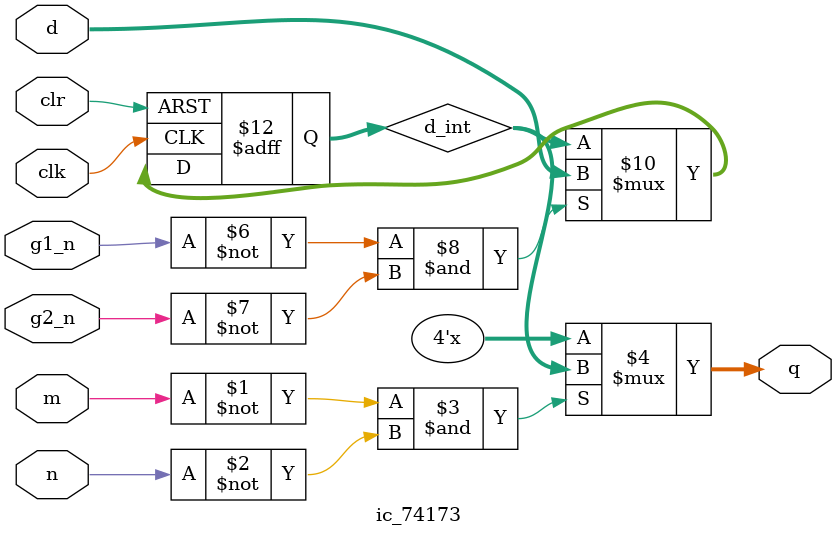
<source format=v>
`timescale 1ns / 1ps


module ic_74173(
    input m,
    input n,
    input [3:0] d,
    output [3:0] q,
    input g1_n,
    input g2_n,
    input clr,
    input clk
    );
    
    reg [3:0] d_int;
    
    assign q = (~m & ~n) ? d_int : 4'bZZZZ;
    
    always @ (posedge clk, posedge clr) begin
        if (clr)
            d_int <= 4'b0000;
        else
            if ( ~g1_n & ~g2_n)
                d_int <= d;
            
    end

    initial begin
        d_int <= 4'b0000;
    end
    
endmodule

</source>
